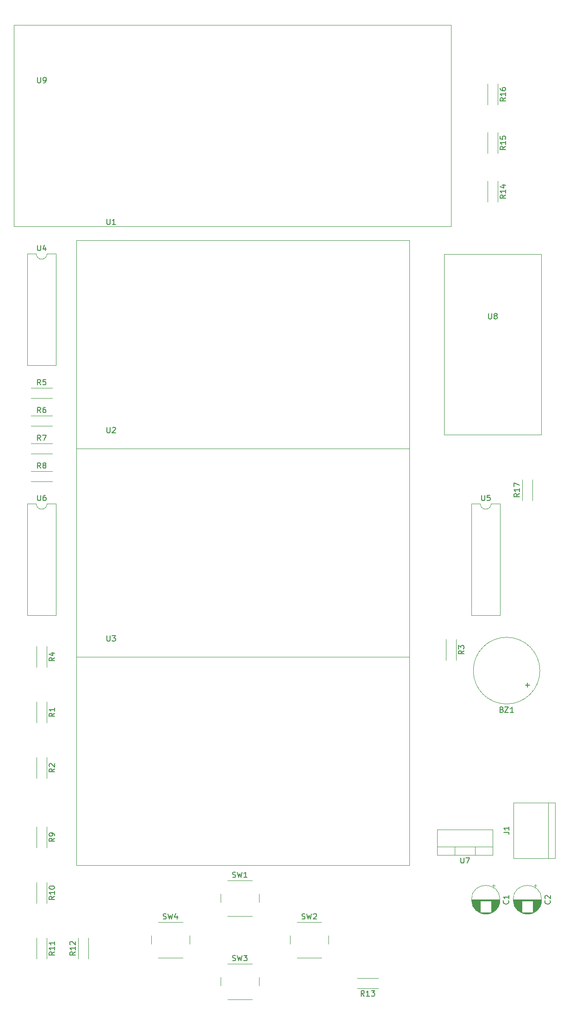
<source format=gto>
G04 #@! TF.GenerationSoftware,KiCad,Pcbnew,5.1.5-52549c5~84~ubuntu19.10.1*
G04 #@! TF.CreationDate,2020-03-18T22:44:12+01:00*
G04 #@! TF.ProjectId,tetris-board,74657472-6973-42d6-926f-6172642e6b69,rev?*
G04 #@! TF.SameCoordinates,Original*
G04 #@! TF.FileFunction,Legend,Top*
G04 #@! TF.FilePolarity,Positive*
%FSLAX46Y46*%
G04 Gerber Fmt 4.6, Leading zero omitted, Abs format (unit mm)*
G04 Created by KiCad (PCBNEW 5.1.5-52549c5~84~ubuntu19.10.1) date 2020-03-18 22:44:12*
%MOMM*%
%LPD*%
G04 APERTURE LIST*
%ADD10C,0.120000*%
%ADD11C,0.150000*%
G04 APERTURE END LIST*
D10*
X55880000Y-172720000D02*
X55880000Y-134620000D01*
X116840000Y-172720000D02*
X55880000Y-172720000D01*
X116840000Y-134620000D02*
X116840000Y-172720000D01*
X55880000Y-134620000D02*
X116840000Y-134620000D01*
X123190000Y-99060000D02*
X123190000Y-132080000D01*
X140970000Y-99060000D02*
X140970000Y-132080000D01*
X140970000Y-99060000D02*
X123190000Y-99060000D01*
X123190000Y-132080000D02*
X140970000Y-132080000D01*
X44450000Y-93980000D02*
X44450000Y-57150000D01*
X124460000Y-93980000D02*
X44450000Y-93980000D01*
X124460000Y-57150000D02*
X124460000Y-93980000D01*
X44450000Y-57150000D02*
X124460000Y-57150000D01*
X55880000Y-210820000D02*
X55880000Y-172720000D01*
X116840000Y-210820000D02*
X55880000Y-210820000D01*
X116840000Y-172720000D02*
X116840000Y-210820000D01*
X55880000Y-172720000D02*
X116840000Y-172720000D01*
X52180000Y-99000000D02*
X50530000Y-99000000D01*
X52180000Y-119440000D02*
X52180000Y-99000000D01*
X46880000Y-119440000D02*
X52180000Y-119440000D01*
X46880000Y-99000000D02*
X46880000Y-119440000D01*
X48530000Y-99000000D02*
X46880000Y-99000000D01*
X50530000Y-99000000D02*
G75*
G02X48530000Y-99000000I-1000000J0D01*
G01*
X55880000Y-134620000D02*
X55880000Y-96520000D01*
X116840000Y-134620000D02*
X55880000Y-134620000D01*
X116840000Y-96520000D02*
X116840000Y-134620000D01*
X55880000Y-96520000D02*
X116840000Y-96520000D01*
X52180000Y-144720000D02*
X50530000Y-144720000D01*
X52180000Y-165160000D02*
X52180000Y-144720000D01*
X46880000Y-165160000D02*
X52180000Y-165160000D01*
X46880000Y-144720000D02*
X46880000Y-165160000D01*
X48530000Y-144720000D02*
X46880000Y-144720000D01*
X50530000Y-144720000D02*
G75*
G02X48530000Y-144720000I-1000000J0D01*
G01*
X143510000Y-209550000D02*
X143510000Y-199390000D01*
X135890000Y-209550000D02*
X143510000Y-209550000D01*
X135890000Y-199390000D02*
X135890000Y-209550000D01*
X143510000Y-199390000D02*
X135890000Y-199390000D01*
X142240000Y-199390000D02*
X142240000Y-209550000D01*
X125149000Y-209010000D02*
X125149000Y-207500000D01*
X128850000Y-209010000D02*
X128850000Y-207500000D01*
X132120000Y-207500000D02*
X121880000Y-207500000D01*
X121880000Y-209010000D02*
X121880000Y-204369000D01*
X132120000Y-209010000D02*
X132120000Y-204369000D01*
X132120000Y-204369000D02*
X121880000Y-204369000D01*
X132120000Y-209010000D02*
X121880000Y-209010000D01*
X140155000Y-214595225D02*
X139655000Y-214595225D01*
X139905000Y-214345225D02*
X139905000Y-214845225D01*
X138714000Y-219751000D02*
X138146000Y-219751000D01*
X138948000Y-219711000D02*
X137912000Y-219711000D01*
X139107000Y-219671000D02*
X137753000Y-219671000D01*
X139235000Y-219631000D02*
X137625000Y-219631000D01*
X139345000Y-219591000D02*
X137515000Y-219591000D01*
X139441000Y-219551000D02*
X137419000Y-219551000D01*
X139528000Y-219511000D02*
X137332000Y-219511000D01*
X139608000Y-219471000D02*
X137252000Y-219471000D01*
X137390000Y-219431000D02*
X137179000Y-219431000D01*
X139681000Y-219431000D02*
X139470000Y-219431000D01*
X137390000Y-219391000D02*
X137111000Y-219391000D01*
X139749000Y-219391000D02*
X139470000Y-219391000D01*
X137390000Y-219351000D02*
X137047000Y-219351000D01*
X139813000Y-219351000D02*
X139470000Y-219351000D01*
X137390000Y-219311000D02*
X136987000Y-219311000D01*
X139873000Y-219311000D02*
X139470000Y-219311000D01*
X137390000Y-219271000D02*
X136930000Y-219271000D01*
X139930000Y-219271000D02*
X139470000Y-219271000D01*
X137390000Y-219231000D02*
X136876000Y-219231000D01*
X139984000Y-219231000D02*
X139470000Y-219231000D01*
X137390000Y-219191000D02*
X136825000Y-219191000D01*
X140035000Y-219191000D02*
X139470000Y-219191000D01*
X137390000Y-219151000D02*
X136777000Y-219151000D01*
X140083000Y-219151000D02*
X139470000Y-219151000D01*
X137390000Y-219111000D02*
X136731000Y-219111000D01*
X140129000Y-219111000D02*
X139470000Y-219111000D01*
X137390000Y-219071000D02*
X136687000Y-219071000D01*
X140173000Y-219071000D02*
X139470000Y-219071000D01*
X137390000Y-219031000D02*
X136645000Y-219031000D01*
X140215000Y-219031000D02*
X139470000Y-219031000D01*
X137390000Y-218991000D02*
X136604000Y-218991000D01*
X140256000Y-218991000D02*
X139470000Y-218991000D01*
X137390000Y-218951000D02*
X136566000Y-218951000D01*
X140294000Y-218951000D02*
X139470000Y-218951000D01*
X137390000Y-218911000D02*
X136529000Y-218911000D01*
X140331000Y-218911000D02*
X139470000Y-218911000D01*
X137390000Y-218871000D02*
X136493000Y-218871000D01*
X140367000Y-218871000D02*
X139470000Y-218871000D01*
X137390000Y-218831000D02*
X136459000Y-218831000D01*
X140401000Y-218831000D02*
X139470000Y-218831000D01*
X137390000Y-218791000D02*
X136426000Y-218791000D01*
X140434000Y-218791000D02*
X139470000Y-218791000D01*
X137390000Y-218751000D02*
X136395000Y-218751000D01*
X140465000Y-218751000D02*
X139470000Y-218751000D01*
X137390000Y-218711000D02*
X136365000Y-218711000D01*
X140495000Y-218711000D02*
X139470000Y-218711000D01*
X137390000Y-218671000D02*
X136335000Y-218671000D01*
X140525000Y-218671000D02*
X139470000Y-218671000D01*
X137390000Y-218631000D02*
X136308000Y-218631000D01*
X140552000Y-218631000D02*
X139470000Y-218631000D01*
X137390000Y-218591000D02*
X136281000Y-218591000D01*
X140579000Y-218591000D02*
X139470000Y-218591000D01*
X137390000Y-218551000D02*
X136255000Y-218551000D01*
X140605000Y-218551000D02*
X139470000Y-218551000D01*
X137390000Y-218511000D02*
X136230000Y-218511000D01*
X140630000Y-218511000D02*
X139470000Y-218511000D01*
X137390000Y-218471000D02*
X136206000Y-218471000D01*
X140654000Y-218471000D02*
X139470000Y-218471000D01*
X137390000Y-218431000D02*
X136183000Y-218431000D01*
X140677000Y-218431000D02*
X139470000Y-218431000D01*
X137390000Y-218391000D02*
X136162000Y-218391000D01*
X140698000Y-218391000D02*
X139470000Y-218391000D01*
X137390000Y-218351000D02*
X136140000Y-218351000D01*
X140720000Y-218351000D02*
X139470000Y-218351000D01*
X137390000Y-218311000D02*
X136120000Y-218311000D01*
X140740000Y-218311000D02*
X139470000Y-218311000D01*
X137390000Y-218271000D02*
X136101000Y-218271000D01*
X140759000Y-218271000D02*
X139470000Y-218271000D01*
X137390000Y-218231000D02*
X136082000Y-218231000D01*
X140778000Y-218231000D02*
X139470000Y-218231000D01*
X137390000Y-218191000D02*
X136065000Y-218191000D01*
X140795000Y-218191000D02*
X139470000Y-218191000D01*
X137390000Y-218151000D02*
X136048000Y-218151000D01*
X140812000Y-218151000D02*
X139470000Y-218151000D01*
X137390000Y-218111000D02*
X136032000Y-218111000D01*
X140828000Y-218111000D02*
X139470000Y-218111000D01*
X137390000Y-218071000D02*
X136016000Y-218071000D01*
X140844000Y-218071000D02*
X139470000Y-218071000D01*
X137390000Y-218031000D02*
X136002000Y-218031000D01*
X140858000Y-218031000D02*
X139470000Y-218031000D01*
X137390000Y-217991000D02*
X135988000Y-217991000D01*
X140872000Y-217991000D02*
X139470000Y-217991000D01*
X137390000Y-217951000D02*
X135975000Y-217951000D01*
X140885000Y-217951000D02*
X139470000Y-217951000D01*
X137390000Y-217911000D02*
X135962000Y-217911000D01*
X140898000Y-217911000D02*
X139470000Y-217911000D01*
X137390000Y-217871000D02*
X135950000Y-217871000D01*
X140910000Y-217871000D02*
X139470000Y-217871000D01*
X137390000Y-217830000D02*
X135939000Y-217830000D01*
X140921000Y-217830000D02*
X139470000Y-217830000D01*
X137390000Y-217790000D02*
X135929000Y-217790000D01*
X140931000Y-217790000D02*
X139470000Y-217790000D01*
X137390000Y-217750000D02*
X135919000Y-217750000D01*
X140941000Y-217750000D02*
X139470000Y-217750000D01*
X137390000Y-217710000D02*
X135910000Y-217710000D01*
X140950000Y-217710000D02*
X139470000Y-217710000D01*
X137390000Y-217670000D02*
X135902000Y-217670000D01*
X140958000Y-217670000D02*
X139470000Y-217670000D01*
X137390000Y-217630000D02*
X135894000Y-217630000D01*
X140966000Y-217630000D02*
X139470000Y-217630000D01*
X137390000Y-217590000D02*
X135887000Y-217590000D01*
X140973000Y-217590000D02*
X139470000Y-217590000D01*
X137390000Y-217550000D02*
X135880000Y-217550000D01*
X140980000Y-217550000D02*
X139470000Y-217550000D01*
X137390000Y-217510000D02*
X135874000Y-217510000D01*
X140986000Y-217510000D02*
X139470000Y-217510000D01*
X137390000Y-217470000D02*
X135869000Y-217470000D01*
X140991000Y-217470000D02*
X139470000Y-217470000D01*
X137390000Y-217430000D02*
X135865000Y-217430000D01*
X140995000Y-217430000D02*
X139470000Y-217430000D01*
X137390000Y-217390000D02*
X135861000Y-217390000D01*
X140999000Y-217390000D02*
X139470000Y-217390000D01*
X141003000Y-217350000D02*
X135857000Y-217350000D01*
X141006000Y-217310000D02*
X135854000Y-217310000D01*
X141008000Y-217270000D02*
X135852000Y-217270000D01*
X141009000Y-217230000D02*
X135851000Y-217230000D01*
X141010000Y-217190000D02*
X135850000Y-217190000D01*
X141010000Y-217150000D02*
X135850000Y-217150000D01*
X141050000Y-217150000D02*
G75*
G03X141050000Y-217150000I-2620000J0D01*
G01*
X132535000Y-214595225D02*
X132035000Y-214595225D01*
X132285000Y-214345225D02*
X132285000Y-214845225D01*
X131094000Y-219751000D02*
X130526000Y-219751000D01*
X131328000Y-219711000D02*
X130292000Y-219711000D01*
X131487000Y-219671000D02*
X130133000Y-219671000D01*
X131615000Y-219631000D02*
X130005000Y-219631000D01*
X131725000Y-219591000D02*
X129895000Y-219591000D01*
X131821000Y-219551000D02*
X129799000Y-219551000D01*
X131908000Y-219511000D02*
X129712000Y-219511000D01*
X131988000Y-219471000D02*
X129632000Y-219471000D01*
X129770000Y-219431000D02*
X129559000Y-219431000D01*
X132061000Y-219431000D02*
X131850000Y-219431000D01*
X129770000Y-219391000D02*
X129491000Y-219391000D01*
X132129000Y-219391000D02*
X131850000Y-219391000D01*
X129770000Y-219351000D02*
X129427000Y-219351000D01*
X132193000Y-219351000D02*
X131850000Y-219351000D01*
X129770000Y-219311000D02*
X129367000Y-219311000D01*
X132253000Y-219311000D02*
X131850000Y-219311000D01*
X129770000Y-219271000D02*
X129310000Y-219271000D01*
X132310000Y-219271000D02*
X131850000Y-219271000D01*
X129770000Y-219231000D02*
X129256000Y-219231000D01*
X132364000Y-219231000D02*
X131850000Y-219231000D01*
X129770000Y-219191000D02*
X129205000Y-219191000D01*
X132415000Y-219191000D02*
X131850000Y-219191000D01*
X129770000Y-219151000D02*
X129157000Y-219151000D01*
X132463000Y-219151000D02*
X131850000Y-219151000D01*
X129770000Y-219111000D02*
X129111000Y-219111000D01*
X132509000Y-219111000D02*
X131850000Y-219111000D01*
X129770000Y-219071000D02*
X129067000Y-219071000D01*
X132553000Y-219071000D02*
X131850000Y-219071000D01*
X129770000Y-219031000D02*
X129025000Y-219031000D01*
X132595000Y-219031000D02*
X131850000Y-219031000D01*
X129770000Y-218991000D02*
X128984000Y-218991000D01*
X132636000Y-218991000D02*
X131850000Y-218991000D01*
X129770000Y-218951000D02*
X128946000Y-218951000D01*
X132674000Y-218951000D02*
X131850000Y-218951000D01*
X129770000Y-218911000D02*
X128909000Y-218911000D01*
X132711000Y-218911000D02*
X131850000Y-218911000D01*
X129770000Y-218871000D02*
X128873000Y-218871000D01*
X132747000Y-218871000D02*
X131850000Y-218871000D01*
X129770000Y-218831000D02*
X128839000Y-218831000D01*
X132781000Y-218831000D02*
X131850000Y-218831000D01*
X129770000Y-218791000D02*
X128806000Y-218791000D01*
X132814000Y-218791000D02*
X131850000Y-218791000D01*
X129770000Y-218751000D02*
X128775000Y-218751000D01*
X132845000Y-218751000D02*
X131850000Y-218751000D01*
X129770000Y-218711000D02*
X128745000Y-218711000D01*
X132875000Y-218711000D02*
X131850000Y-218711000D01*
X129770000Y-218671000D02*
X128715000Y-218671000D01*
X132905000Y-218671000D02*
X131850000Y-218671000D01*
X129770000Y-218631000D02*
X128688000Y-218631000D01*
X132932000Y-218631000D02*
X131850000Y-218631000D01*
X129770000Y-218591000D02*
X128661000Y-218591000D01*
X132959000Y-218591000D02*
X131850000Y-218591000D01*
X129770000Y-218551000D02*
X128635000Y-218551000D01*
X132985000Y-218551000D02*
X131850000Y-218551000D01*
X129770000Y-218511000D02*
X128610000Y-218511000D01*
X133010000Y-218511000D02*
X131850000Y-218511000D01*
X129770000Y-218471000D02*
X128586000Y-218471000D01*
X133034000Y-218471000D02*
X131850000Y-218471000D01*
X129770000Y-218431000D02*
X128563000Y-218431000D01*
X133057000Y-218431000D02*
X131850000Y-218431000D01*
X129770000Y-218391000D02*
X128542000Y-218391000D01*
X133078000Y-218391000D02*
X131850000Y-218391000D01*
X129770000Y-218351000D02*
X128520000Y-218351000D01*
X133100000Y-218351000D02*
X131850000Y-218351000D01*
X129770000Y-218311000D02*
X128500000Y-218311000D01*
X133120000Y-218311000D02*
X131850000Y-218311000D01*
X129770000Y-218271000D02*
X128481000Y-218271000D01*
X133139000Y-218271000D02*
X131850000Y-218271000D01*
X129770000Y-218231000D02*
X128462000Y-218231000D01*
X133158000Y-218231000D02*
X131850000Y-218231000D01*
X129770000Y-218191000D02*
X128445000Y-218191000D01*
X133175000Y-218191000D02*
X131850000Y-218191000D01*
X129770000Y-218151000D02*
X128428000Y-218151000D01*
X133192000Y-218151000D02*
X131850000Y-218151000D01*
X129770000Y-218111000D02*
X128412000Y-218111000D01*
X133208000Y-218111000D02*
X131850000Y-218111000D01*
X129770000Y-218071000D02*
X128396000Y-218071000D01*
X133224000Y-218071000D02*
X131850000Y-218071000D01*
X129770000Y-218031000D02*
X128382000Y-218031000D01*
X133238000Y-218031000D02*
X131850000Y-218031000D01*
X129770000Y-217991000D02*
X128368000Y-217991000D01*
X133252000Y-217991000D02*
X131850000Y-217991000D01*
X129770000Y-217951000D02*
X128355000Y-217951000D01*
X133265000Y-217951000D02*
X131850000Y-217951000D01*
X129770000Y-217911000D02*
X128342000Y-217911000D01*
X133278000Y-217911000D02*
X131850000Y-217911000D01*
X129770000Y-217871000D02*
X128330000Y-217871000D01*
X133290000Y-217871000D02*
X131850000Y-217871000D01*
X129770000Y-217830000D02*
X128319000Y-217830000D01*
X133301000Y-217830000D02*
X131850000Y-217830000D01*
X129770000Y-217790000D02*
X128309000Y-217790000D01*
X133311000Y-217790000D02*
X131850000Y-217790000D01*
X129770000Y-217750000D02*
X128299000Y-217750000D01*
X133321000Y-217750000D02*
X131850000Y-217750000D01*
X129770000Y-217710000D02*
X128290000Y-217710000D01*
X133330000Y-217710000D02*
X131850000Y-217710000D01*
X129770000Y-217670000D02*
X128282000Y-217670000D01*
X133338000Y-217670000D02*
X131850000Y-217670000D01*
X129770000Y-217630000D02*
X128274000Y-217630000D01*
X133346000Y-217630000D02*
X131850000Y-217630000D01*
X129770000Y-217590000D02*
X128267000Y-217590000D01*
X133353000Y-217590000D02*
X131850000Y-217590000D01*
X129770000Y-217550000D02*
X128260000Y-217550000D01*
X133360000Y-217550000D02*
X131850000Y-217550000D01*
X129770000Y-217510000D02*
X128254000Y-217510000D01*
X133366000Y-217510000D02*
X131850000Y-217510000D01*
X129770000Y-217470000D02*
X128249000Y-217470000D01*
X133371000Y-217470000D02*
X131850000Y-217470000D01*
X129770000Y-217430000D02*
X128245000Y-217430000D01*
X133375000Y-217430000D02*
X131850000Y-217430000D01*
X129770000Y-217390000D02*
X128241000Y-217390000D01*
X133379000Y-217390000D02*
X131850000Y-217390000D01*
X133383000Y-217350000D02*
X128237000Y-217350000D01*
X133386000Y-217310000D02*
X128234000Y-217310000D01*
X133388000Y-217270000D02*
X128232000Y-217270000D01*
X133389000Y-217230000D02*
X128231000Y-217230000D01*
X133390000Y-217190000D02*
X128230000Y-217190000D01*
X133390000Y-217150000D02*
X128230000Y-217150000D01*
X133430000Y-217150000D02*
G75*
G03X133430000Y-217150000I-2620000J0D01*
G01*
X102000000Y-225250000D02*
X102000000Y-223750000D01*
X100750000Y-221250000D02*
X96250000Y-221250000D01*
X95000000Y-223750000D02*
X95000000Y-225250000D01*
X96250000Y-227750000D02*
X100750000Y-227750000D01*
X89300000Y-232870000D02*
X89300000Y-231370000D01*
X88050000Y-228870000D02*
X83550000Y-228870000D01*
X82300000Y-231370000D02*
X82300000Y-232870000D01*
X83550000Y-235370000D02*
X88050000Y-235370000D01*
X89300000Y-217630000D02*
X89300000Y-216130000D01*
X88050000Y-213630000D02*
X83550000Y-213630000D01*
X82300000Y-216130000D02*
X82300000Y-217630000D01*
X83550000Y-220130000D02*
X88050000Y-220130000D01*
X76600000Y-225250000D02*
X76600000Y-223750000D01*
X75350000Y-221250000D02*
X70850000Y-221250000D01*
X69600000Y-223750000D02*
X69600000Y-225250000D01*
X70850000Y-227750000D02*
X75350000Y-227750000D01*
X139350000Y-144160000D02*
X139350000Y-140320000D01*
X137510000Y-144160000D02*
X137510000Y-140320000D01*
X131160000Y-67930000D02*
X131160000Y-71770000D01*
X133000000Y-67930000D02*
X133000000Y-71770000D01*
X131160000Y-76820000D02*
X131160000Y-80660000D01*
X133000000Y-76820000D02*
X133000000Y-80660000D01*
X131160000Y-85710000D02*
X131160000Y-89550000D01*
X133000000Y-85710000D02*
X133000000Y-89550000D01*
X111140000Y-231490000D02*
X107300000Y-231490000D01*
X111140000Y-233330000D02*
X107300000Y-233330000D01*
X58070000Y-227980000D02*
X58070000Y-224140000D01*
X56230000Y-227980000D02*
X56230000Y-224140000D01*
X48610000Y-224140000D02*
X48610000Y-227980000D01*
X50450000Y-224140000D02*
X50450000Y-227980000D01*
X48610000Y-213980000D02*
X48610000Y-217820000D01*
X50450000Y-213980000D02*
X50450000Y-217820000D01*
X48610000Y-203820000D02*
X48610000Y-207660000D01*
X50450000Y-203820000D02*
X50450000Y-207660000D01*
X140730000Y-175260000D02*
G75*
G03X140730000Y-175260000I-6100000J0D01*
G01*
X47610000Y-140620000D02*
X51450000Y-140620000D01*
X47610000Y-138780000D02*
X51450000Y-138780000D01*
X47610000Y-135540000D02*
X51450000Y-135540000D01*
X47610000Y-133700000D02*
X51450000Y-133700000D01*
X47610000Y-130460000D02*
X51450000Y-130460000D01*
X47610000Y-128620000D02*
X51450000Y-128620000D01*
X47610000Y-125380000D02*
X51450000Y-125380000D01*
X47610000Y-123540000D02*
X51450000Y-123540000D01*
X48610000Y-170800000D02*
X48610000Y-174640000D01*
X50450000Y-170800000D02*
X50450000Y-174640000D01*
X123540000Y-169530000D02*
X123540000Y-173370000D01*
X125380000Y-169530000D02*
X125380000Y-173370000D01*
X48610000Y-191120000D02*
X48610000Y-194960000D01*
X50450000Y-191120000D02*
X50450000Y-194960000D01*
X48610000Y-180960000D02*
X48610000Y-184800000D01*
X50450000Y-180960000D02*
X50450000Y-184800000D01*
X133460000Y-144720000D02*
X131810000Y-144720000D01*
X133460000Y-165160000D02*
X133460000Y-144720000D01*
X128160000Y-165160000D02*
X133460000Y-165160000D01*
X128160000Y-144720000D02*
X128160000Y-165160000D01*
X129810000Y-144720000D02*
X128160000Y-144720000D01*
X131810000Y-144720000D02*
G75*
G02X129810000Y-144720000I-1000000J0D01*
G01*
D11*
X61468095Y-130762380D02*
X61468095Y-131571904D01*
X61515714Y-131667142D01*
X61563333Y-131714761D01*
X61658571Y-131762380D01*
X61849047Y-131762380D01*
X61944285Y-131714761D01*
X61991904Y-131667142D01*
X62039523Y-131571904D01*
X62039523Y-130762380D01*
X62468095Y-130857619D02*
X62515714Y-130810000D01*
X62610952Y-130762380D01*
X62849047Y-130762380D01*
X62944285Y-130810000D01*
X62991904Y-130857619D01*
X63039523Y-130952857D01*
X63039523Y-131048095D01*
X62991904Y-131190952D01*
X62420476Y-131762380D01*
X63039523Y-131762380D01*
X131318095Y-109942380D02*
X131318095Y-110751904D01*
X131365714Y-110847142D01*
X131413333Y-110894761D01*
X131508571Y-110942380D01*
X131699047Y-110942380D01*
X131794285Y-110894761D01*
X131841904Y-110847142D01*
X131889523Y-110751904D01*
X131889523Y-109942380D01*
X132508571Y-110370952D02*
X132413333Y-110323333D01*
X132365714Y-110275714D01*
X132318095Y-110180476D01*
X132318095Y-110132857D01*
X132365714Y-110037619D01*
X132413333Y-109990000D01*
X132508571Y-109942380D01*
X132699047Y-109942380D01*
X132794285Y-109990000D01*
X132841904Y-110037619D01*
X132889523Y-110132857D01*
X132889523Y-110180476D01*
X132841904Y-110275714D01*
X132794285Y-110323333D01*
X132699047Y-110370952D01*
X132508571Y-110370952D01*
X132413333Y-110418571D01*
X132365714Y-110466190D01*
X132318095Y-110561428D01*
X132318095Y-110751904D01*
X132365714Y-110847142D01*
X132413333Y-110894761D01*
X132508571Y-110942380D01*
X132699047Y-110942380D01*
X132794285Y-110894761D01*
X132841904Y-110847142D01*
X132889523Y-110751904D01*
X132889523Y-110561428D01*
X132841904Y-110466190D01*
X132794285Y-110418571D01*
X132699047Y-110370952D01*
X48768095Y-66762380D02*
X48768095Y-67571904D01*
X48815714Y-67667142D01*
X48863333Y-67714761D01*
X48958571Y-67762380D01*
X49149047Y-67762380D01*
X49244285Y-67714761D01*
X49291904Y-67667142D01*
X49339523Y-67571904D01*
X49339523Y-66762380D01*
X49863333Y-67762380D02*
X50053809Y-67762380D01*
X50149047Y-67714761D01*
X50196666Y-67667142D01*
X50291904Y-67524285D01*
X50339523Y-67333809D01*
X50339523Y-66952857D01*
X50291904Y-66857619D01*
X50244285Y-66810000D01*
X50149047Y-66762380D01*
X49958571Y-66762380D01*
X49863333Y-66810000D01*
X49815714Y-66857619D01*
X49768095Y-66952857D01*
X49768095Y-67190952D01*
X49815714Y-67286190D01*
X49863333Y-67333809D01*
X49958571Y-67381428D01*
X50149047Y-67381428D01*
X50244285Y-67333809D01*
X50291904Y-67286190D01*
X50339523Y-67190952D01*
X61468095Y-168862380D02*
X61468095Y-169671904D01*
X61515714Y-169767142D01*
X61563333Y-169814761D01*
X61658571Y-169862380D01*
X61849047Y-169862380D01*
X61944285Y-169814761D01*
X61991904Y-169767142D01*
X62039523Y-169671904D01*
X62039523Y-168862380D01*
X62420476Y-168862380D02*
X63039523Y-168862380D01*
X62706190Y-169243333D01*
X62849047Y-169243333D01*
X62944285Y-169290952D01*
X62991904Y-169338571D01*
X63039523Y-169433809D01*
X63039523Y-169671904D01*
X62991904Y-169767142D01*
X62944285Y-169814761D01*
X62849047Y-169862380D01*
X62563333Y-169862380D01*
X62468095Y-169814761D01*
X62420476Y-169767142D01*
X48768095Y-97452380D02*
X48768095Y-98261904D01*
X48815714Y-98357142D01*
X48863333Y-98404761D01*
X48958571Y-98452380D01*
X49149047Y-98452380D01*
X49244285Y-98404761D01*
X49291904Y-98357142D01*
X49339523Y-98261904D01*
X49339523Y-97452380D01*
X50244285Y-97785714D02*
X50244285Y-98452380D01*
X50006190Y-97404761D02*
X49768095Y-98119047D01*
X50387142Y-98119047D01*
X61468095Y-92662380D02*
X61468095Y-93471904D01*
X61515714Y-93567142D01*
X61563333Y-93614761D01*
X61658571Y-93662380D01*
X61849047Y-93662380D01*
X61944285Y-93614761D01*
X61991904Y-93567142D01*
X62039523Y-93471904D01*
X62039523Y-92662380D01*
X63039523Y-93662380D02*
X62468095Y-93662380D01*
X62753809Y-93662380D02*
X62753809Y-92662380D01*
X62658571Y-92805238D01*
X62563333Y-92900476D01*
X62468095Y-92948095D01*
X48768095Y-143172380D02*
X48768095Y-143981904D01*
X48815714Y-144077142D01*
X48863333Y-144124761D01*
X48958571Y-144172380D01*
X49149047Y-144172380D01*
X49244285Y-144124761D01*
X49291904Y-144077142D01*
X49339523Y-143981904D01*
X49339523Y-143172380D01*
X50244285Y-143172380D02*
X50053809Y-143172380D01*
X49958571Y-143220000D01*
X49910952Y-143267619D01*
X49815714Y-143410476D01*
X49768095Y-143600952D01*
X49768095Y-143981904D01*
X49815714Y-144077142D01*
X49863333Y-144124761D01*
X49958571Y-144172380D01*
X50149047Y-144172380D01*
X50244285Y-144124761D01*
X50291904Y-144077142D01*
X50339523Y-143981904D01*
X50339523Y-143743809D01*
X50291904Y-143648571D01*
X50244285Y-143600952D01*
X50149047Y-143553333D01*
X49958571Y-143553333D01*
X49863333Y-143600952D01*
X49815714Y-143648571D01*
X49768095Y-143743809D01*
X134072380Y-204803333D02*
X134786666Y-204803333D01*
X134929523Y-204850952D01*
X135024761Y-204946190D01*
X135072380Y-205089047D01*
X135072380Y-205184285D01*
X135072380Y-203803333D02*
X135072380Y-204374761D01*
X135072380Y-204089047D02*
X134072380Y-204089047D01*
X134215238Y-204184285D01*
X134310476Y-204279523D01*
X134358095Y-204374761D01*
X126238095Y-209462380D02*
X126238095Y-210271904D01*
X126285714Y-210367142D01*
X126333333Y-210414761D01*
X126428571Y-210462380D01*
X126619047Y-210462380D01*
X126714285Y-210414761D01*
X126761904Y-210367142D01*
X126809523Y-210271904D01*
X126809523Y-209462380D01*
X127190476Y-209462380D02*
X127857142Y-209462380D01*
X127428571Y-210462380D01*
X142537142Y-217316666D02*
X142584761Y-217364285D01*
X142632380Y-217507142D01*
X142632380Y-217602380D01*
X142584761Y-217745238D01*
X142489523Y-217840476D01*
X142394285Y-217888095D01*
X142203809Y-217935714D01*
X142060952Y-217935714D01*
X141870476Y-217888095D01*
X141775238Y-217840476D01*
X141680000Y-217745238D01*
X141632380Y-217602380D01*
X141632380Y-217507142D01*
X141680000Y-217364285D01*
X141727619Y-217316666D01*
X141727619Y-216935714D02*
X141680000Y-216888095D01*
X141632380Y-216792857D01*
X141632380Y-216554761D01*
X141680000Y-216459523D01*
X141727619Y-216411904D01*
X141822857Y-216364285D01*
X141918095Y-216364285D01*
X142060952Y-216411904D01*
X142632380Y-216983333D01*
X142632380Y-216364285D01*
X134917142Y-217316666D02*
X134964761Y-217364285D01*
X135012380Y-217507142D01*
X135012380Y-217602380D01*
X134964761Y-217745238D01*
X134869523Y-217840476D01*
X134774285Y-217888095D01*
X134583809Y-217935714D01*
X134440952Y-217935714D01*
X134250476Y-217888095D01*
X134155238Y-217840476D01*
X134060000Y-217745238D01*
X134012380Y-217602380D01*
X134012380Y-217507142D01*
X134060000Y-217364285D01*
X134107619Y-217316666D01*
X135012380Y-216364285D02*
X135012380Y-216935714D01*
X135012380Y-216650000D02*
X134012380Y-216650000D01*
X134155238Y-216745238D01*
X134250476Y-216840476D01*
X134298095Y-216935714D01*
X97166666Y-220654761D02*
X97309523Y-220702380D01*
X97547619Y-220702380D01*
X97642857Y-220654761D01*
X97690476Y-220607142D01*
X97738095Y-220511904D01*
X97738095Y-220416666D01*
X97690476Y-220321428D01*
X97642857Y-220273809D01*
X97547619Y-220226190D01*
X97357142Y-220178571D01*
X97261904Y-220130952D01*
X97214285Y-220083333D01*
X97166666Y-219988095D01*
X97166666Y-219892857D01*
X97214285Y-219797619D01*
X97261904Y-219750000D01*
X97357142Y-219702380D01*
X97595238Y-219702380D01*
X97738095Y-219750000D01*
X98071428Y-219702380D02*
X98309523Y-220702380D01*
X98500000Y-219988095D01*
X98690476Y-220702380D01*
X98928571Y-219702380D01*
X99261904Y-219797619D02*
X99309523Y-219750000D01*
X99404761Y-219702380D01*
X99642857Y-219702380D01*
X99738095Y-219750000D01*
X99785714Y-219797619D01*
X99833333Y-219892857D01*
X99833333Y-219988095D01*
X99785714Y-220130952D01*
X99214285Y-220702380D01*
X99833333Y-220702380D01*
X84466666Y-228274761D02*
X84609523Y-228322380D01*
X84847619Y-228322380D01*
X84942857Y-228274761D01*
X84990476Y-228227142D01*
X85038095Y-228131904D01*
X85038095Y-228036666D01*
X84990476Y-227941428D01*
X84942857Y-227893809D01*
X84847619Y-227846190D01*
X84657142Y-227798571D01*
X84561904Y-227750952D01*
X84514285Y-227703333D01*
X84466666Y-227608095D01*
X84466666Y-227512857D01*
X84514285Y-227417619D01*
X84561904Y-227370000D01*
X84657142Y-227322380D01*
X84895238Y-227322380D01*
X85038095Y-227370000D01*
X85371428Y-227322380D02*
X85609523Y-228322380D01*
X85800000Y-227608095D01*
X85990476Y-228322380D01*
X86228571Y-227322380D01*
X86514285Y-227322380D02*
X87133333Y-227322380D01*
X86800000Y-227703333D01*
X86942857Y-227703333D01*
X87038095Y-227750952D01*
X87085714Y-227798571D01*
X87133333Y-227893809D01*
X87133333Y-228131904D01*
X87085714Y-228227142D01*
X87038095Y-228274761D01*
X86942857Y-228322380D01*
X86657142Y-228322380D01*
X86561904Y-228274761D01*
X86514285Y-228227142D01*
X84466666Y-213034761D02*
X84609523Y-213082380D01*
X84847619Y-213082380D01*
X84942857Y-213034761D01*
X84990476Y-212987142D01*
X85038095Y-212891904D01*
X85038095Y-212796666D01*
X84990476Y-212701428D01*
X84942857Y-212653809D01*
X84847619Y-212606190D01*
X84657142Y-212558571D01*
X84561904Y-212510952D01*
X84514285Y-212463333D01*
X84466666Y-212368095D01*
X84466666Y-212272857D01*
X84514285Y-212177619D01*
X84561904Y-212130000D01*
X84657142Y-212082380D01*
X84895238Y-212082380D01*
X85038095Y-212130000D01*
X85371428Y-212082380D02*
X85609523Y-213082380D01*
X85800000Y-212368095D01*
X85990476Y-213082380D01*
X86228571Y-212082380D01*
X87133333Y-213082380D02*
X86561904Y-213082380D01*
X86847619Y-213082380D02*
X86847619Y-212082380D01*
X86752380Y-212225238D01*
X86657142Y-212320476D01*
X86561904Y-212368095D01*
X71766666Y-220654761D02*
X71909523Y-220702380D01*
X72147619Y-220702380D01*
X72242857Y-220654761D01*
X72290476Y-220607142D01*
X72338095Y-220511904D01*
X72338095Y-220416666D01*
X72290476Y-220321428D01*
X72242857Y-220273809D01*
X72147619Y-220226190D01*
X71957142Y-220178571D01*
X71861904Y-220130952D01*
X71814285Y-220083333D01*
X71766666Y-219988095D01*
X71766666Y-219892857D01*
X71814285Y-219797619D01*
X71861904Y-219750000D01*
X71957142Y-219702380D01*
X72195238Y-219702380D01*
X72338095Y-219750000D01*
X72671428Y-219702380D02*
X72909523Y-220702380D01*
X73100000Y-219988095D01*
X73290476Y-220702380D01*
X73528571Y-219702380D01*
X74338095Y-220035714D02*
X74338095Y-220702380D01*
X74100000Y-219654761D02*
X73861904Y-220369047D01*
X74480952Y-220369047D01*
X136962380Y-142882857D02*
X136486190Y-143216190D01*
X136962380Y-143454285D02*
X135962380Y-143454285D01*
X135962380Y-143073333D01*
X136010000Y-142978095D01*
X136057619Y-142930476D01*
X136152857Y-142882857D01*
X136295714Y-142882857D01*
X136390952Y-142930476D01*
X136438571Y-142978095D01*
X136486190Y-143073333D01*
X136486190Y-143454285D01*
X136962380Y-141930476D02*
X136962380Y-142501904D01*
X136962380Y-142216190D02*
X135962380Y-142216190D01*
X136105238Y-142311428D01*
X136200476Y-142406666D01*
X136248095Y-142501904D01*
X135962380Y-141597142D02*
X135962380Y-140930476D01*
X136962380Y-141359047D01*
X134452380Y-70492857D02*
X133976190Y-70826190D01*
X134452380Y-71064285D02*
X133452380Y-71064285D01*
X133452380Y-70683333D01*
X133500000Y-70588095D01*
X133547619Y-70540476D01*
X133642857Y-70492857D01*
X133785714Y-70492857D01*
X133880952Y-70540476D01*
X133928571Y-70588095D01*
X133976190Y-70683333D01*
X133976190Y-71064285D01*
X134452380Y-69540476D02*
X134452380Y-70111904D01*
X134452380Y-69826190D02*
X133452380Y-69826190D01*
X133595238Y-69921428D01*
X133690476Y-70016666D01*
X133738095Y-70111904D01*
X133452380Y-68683333D02*
X133452380Y-68873809D01*
X133500000Y-68969047D01*
X133547619Y-69016666D01*
X133690476Y-69111904D01*
X133880952Y-69159523D01*
X134261904Y-69159523D01*
X134357142Y-69111904D01*
X134404761Y-69064285D01*
X134452380Y-68969047D01*
X134452380Y-68778571D01*
X134404761Y-68683333D01*
X134357142Y-68635714D01*
X134261904Y-68588095D01*
X134023809Y-68588095D01*
X133928571Y-68635714D01*
X133880952Y-68683333D01*
X133833333Y-68778571D01*
X133833333Y-68969047D01*
X133880952Y-69064285D01*
X133928571Y-69111904D01*
X134023809Y-69159523D01*
X134452380Y-79382857D02*
X133976190Y-79716190D01*
X134452380Y-79954285D02*
X133452380Y-79954285D01*
X133452380Y-79573333D01*
X133500000Y-79478095D01*
X133547619Y-79430476D01*
X133642857Y-79382857D01*
X133785714Y-79382857D01*
X133880952Y-79430476D01*
X133928571Y-79478095D01*
X133976190Y-79573333D01*
X133976190Y-79954285D01*
X134452380Y-78430476D02*
X134452380Y-79001904D01*
X134452380Y-78716190D02*
X133452380Y-78716190D01*
X133595238Y-78811428D01*
X133690476Y-78906666D01*
X133738095Y-79001904D01*
X133452380Y-77525714D02*
X133452380Y-78001904D01*
X133928571Y-78049523D01*
X133880952Y-78001904D01*
X133833333Y-77906666D01*
X133833333Y-77668571D01*
X133880952Y-77573333D01*
X133928571Y-77525714D01*
X134023809Y-77478095D01*
X134261904Y-77478095D01*
X134357142Y-77525714D01*
X134404761Y-77573333D01*
X134452380Y-77668571D01*
X134452380Y-77906666D01*
X134404761Y-78001904D01*
X134357142Y-78049523D01*
X134452380Y-88272857D02*
X133976190Y-88606190D01*
X134452380Y-88844285D02*
X133452380Y-88844285D01*
X133452380Y-88463333D01*
X133500000Y-88368095D01*
X133547619Y-88320476D01*
X133642857Y-88272857D01*
X133785714Y-88272857D01*
X133880952Y-88320476D01*
X133928571Y-88368095D01*
X133976190Y-88463333D01*
X133976190Y-88844285D01*
X134452380Y-87320476D02*
X134452380Y-87891904D01*
X134452380Y-87606190D02*
X133452380Y-87606190D01*
X133595238Y-87701428D01*
X133690476Y-87796666D01*
X133738095Y-87891904D01*
X133785714Y-86463333D02*
X134452380Y-86463333D01*
X133404761Y-86701428D02*
X134119047Y-86939523D01*
X134119047Y-86320476D01*
X108577142Y-234782380D02*
X108243809Y-234306190D01*
X108005714Y-234782380D02*
X108005714Y-233782380D01*
X108386666Y-233782380D01*
X108481904Y-233830000D01*
X108529523Y-233877619D01*
X108577142Y-233972857D01*
X108577142Y-234115714D01*
X108529523Y-234210952D01*
X108481904Y-234258571D01*
X108386666Y-234306190D01*
X108005714Y-234306190D01*
X109529523Y-234782380D02*
X108958095Y-234782380D01*
X109243809Y-234782380D02*
X109243809Y-233782380D01*
X109148571Y-233925238D01*
X109053333Y-234020476D01*
X108958095Y-234068095D01*
X109862857Y-233782380D02*
X110481904Y-233782380D01*
X110148571Y-234163333D01*
X110291428Y-234163333D01*
X110386666Y-234210952D01*
X110434285Y-234258571D01*
X110481904Y-234353809D01*
X110481904Y-234591904D01*
X110434285Y-234687142D01*
X110386666Y-234734761D01*
X110291428Y-234782380D01*
X110005714Y-234782380D01*
X109910476Y-234734761D01*
X109862857Y-234687142D01*
X55682380Y-226702857D02*
X55206190Y-227036190D01*
X55682380Y-227274285D02*
X54682380Y-227274285D01*
X54682380Y-226893333D01*
X54730000Y-226798095D01*
X54777619Y-226750476D01*
X54872857Y-226702857D01*
X55015714Y-226702857D01*
X55110952Y-226750476D01*
X55158571Y-226798095D01*
X55206190Y-226893333D01*
X55206190Y-227274285D01*
X55682380Y-225750476D02*
X55682380Y-226321904D01*
X55682380Y-226036190D02*
X54682380Y-226036190D01*
X54825238Y-226131428D01*
X54920476Y-226226666D01*
X54968095Y-226321904D01*
X54777619Y-225369523D02*
X54730000Y-225321904D01*
X54682380Y-225226666D01*
X54682380Y-224988571D01*
X54730000Y-224893333D01*
X54777619Y-224845714D01*
X54872857Y-224798095D01*
X54968095Y-224798095D01*
X55110952Y-224845714D01*
X55682380Y-225417142D01*
X55682380Y-224798095D01*
X51902380Y-226702857D02*
X51426190Y-227036190D01*
X51902380Y-227274285D02*
X50902380Y-227274285D01*
X50902380Y-226893333D01*
X50950000Y-226798095D01*
X50997619Y-226750476D01*
X51092857Y-226702857D01*
X51235714Y-226702857D01*
X51330952Y-226750476D01*
X51378571Y-226798095D01*
X51426190Y-226893333D01*
X51426190Y-227274285D01*
X51902380Y-225750476D02*
X51902380Y-226321904D01*
X51902380Y-226036190D02*
X50902380Y-226036190D01*
X51045238Y-226131428D01*
X51140476Y-226226666D01*
X51188095Y-226321904D01*
X51902380Y-224798095D02*
X51902380Y-225369523D01*
X51902380Y-225083809D02*
X50902380Y-225083809D01*
X51045238Y-225179047D01*
X51140476Y-225274285D01*
X51188095Y-225369523D01*
X51902380Y-216542857D02*
X51426190Y-216876190D01*
X51902380Y-217114285D02*
X50902380Y-217114285D01*
X50902380Y-216733333D01*
X50950000Y-216638095D01*
X50997619Y-216590476D01*
X51092857Y-216542857D01*
X51235714Y-216542857D01*
X51330952Y-216590476D01*
X51378571Y-216638095D01*
X51426190Y-216733333D01*
X51426190Y-217114285D01*
X51902380Y-215590476D02*
X51902380Y-216161904D01*
X51902380Y-215876190D02*
X50902380Y-215876190D01*
X51045238Y-215971428D01*
X51140476Y-216066666D01*
X51188095Y-216161904D01*
X50902380Y-214971428D02*
X50902380Y-214876190D01*
X50950000Y-214780952D01*
X50997619Y-214733333D01*
X51092857Y-214685714D01*
X51283333Y-214638095D01*
X51521428Y-214638095D01*
X51711904Y-214685714D01*
X51807142Y-214733333D01*
X51854761Y-214780952D01*
X51902380Y-214876190D01*
X51902380Y-214971428D01*
X51854761Y-215066666D01*
X51807142Y-215114285D01*
X51711904Y-215161904D01*
X51521428Y-215209523D01*
X51283333Y-215209523D01*
X51092857Y-215161904D01*
X50997619Y-215114285D01*
X50950000Y-215066666D01*
X50902380Y-214971428D01*
X51902380Y-205906666D02*
X51426190Y-206240000D01*
X51902380Y-206478095D02*
X50902380Y-206478095D01*
X50902380Y-206097142D01*
X50950000Y-206001904D01*
X50997619Y-205954285D01*
X51092857Y-205906666D01*
X51235714Y-205906666D01*
X51330952Y-205954285D01*
X51378571Y-206001904D01*
X51426190Y-206097142D01*
X51426190Y-206478095D01*
X51902380Y-205430476D02*
X51902380Y-205240000D01*
X51854761Y-205144761D01*
X51807142Y-205097142D01*
X51664285Y-205001904D01*
X51473809Y-204954285D01*
X51092857Y-204954285D01*
X50997619Y-205001904D01*
X50950000Y-205049523D01*
X50902380Y-205144761D01*
X50902380Y-205335238D01*
X50950000Y-205430476D01*
X50997619Y-205478095D01*
X51092857Y-205525714D01*
X51330952Y-205525714D01*
X51426190Y-205478095D01*
X51473809Y-205430476D01*
X51521428Y-205335238D01*
X51521428Y-205144761D01*
X51473809Y-205049523D01*
X51426190Y-205001904D01*
X51330952Y-204954285D01*
X133749047Y-182388571D02*
X133891904Y-182436190D01*
X133939523Y-182483809D01*
X133987142Y-182579047D01*
X133987142Y-182721904D01*
X133939523Y-182817142D01*
X133891904Y-182864761D01*
X133796666Y-182912380D01*
X133415714Y-182912380D01*
X133415714Y-181912380D01*
X133749047Y-181912380D01*
X133844285Y-181960000D01*
X133891904Y-182007619D01*
X133939523Y-182102857D01*
X133939523Y-182198095D01*
X133891904Y-182293333D01*
X133844285Y-182340952D01*
X133749047Y-182388571D01*
X133415714Y-182388571D01*
X134320476Y-181912380D02*
X134987142Y-181912380D01*
X134320476Y-182912380D01*
X134987142Y-182912380D01*
X135891904Y-182912380D02*
X135320476Y-182912380D01*
X135606190Y-182912380D02*
X135606190Y-181912380D01*
X135510952Y-182055238D01*
X135415714Y-182150476D01*
X135320476Y-182198095D01*
X138059047Y-177871428D02*
X138820952Y-177871428D01*
X138440000Y-178252380D02*
X138440000Y-177490476D01*
X49363333Y-138232380D02*
X49030000Y-137756190D01*
X48791904Y-138232380D02*
X48791904Y-137232380D01*
X49172857Y-137232380D01*
X49268095Y-137280000D01*
X49315714Y-137327619D01*
X49363333Y-137422857D01*
X49363333Y-137565714D01*
X49315714Y-137660952D01*
X49268095Y-137708571D01*
X49172857Y-137756190D01*
X48791904Y-137756190D01*
X49934761Y-137660952D02*
X49839523Y-137613333D01*
X49791904Y-137565714D01*
X49744285Y-137470476D01*
X49744285Y-137422857D01*
X49791904Y-137327619D01*
X49839523Y-137280000D01*
X49934761Y-137232380D01*
X50125238Y-137232380D01*
X50220476Y-137280000D01*
X50268095Y-137327619D01*
X50315714Y-137422857D01*
X50315714Y-137470476D01*
X50268095Y-137565714D01*
X50220476Y-137613333D01*
X50125238Y-137660952D01*
X49934761Y-137660952D01*
X49839523Y-137708571D01*
X49791904Y-137756190D01*
X49744285Y-137851428D01*
X49744285Y-138041904D01*
X49791904Y-138137142D01*
X49839523Y-138184761D01*
X49934761Y-138232380D01*
X50125238Y-138232380D01*
X50220476Y-138184761D01*
X50268095Y-138137142D01*
X50315714Y-138041904D01*
X50315714Y-137851428D01*
X50268095Y-137756190D01*
X50220476Y-137708571D01*
X50125238Y-137660952D01*
X49363333Y-133152380D02*
X49030000Y-132676190D01*
X48791904Y-133152380D02*
X48791904Y-132152380D01*
X49172857Y-132152380D01*
X49268095Y-132200000D01*
X49315714Y-132247619D01*
X49363333Y-132342857D01*
X49363333Y-132485714D01*
X49315714Y-132580952D01*
X49268095Y-132628571D01*
X49172857Y-132676190D01*
X48791904Y-132676190D01*
X49696666Y-132152380D02*
X50363333Y-132152380D01*
X49934761Y-133152380D01*
X49363333Y-128072380D02*
X49030000Y-127596190D01*
X48791904Y-128072380D02*
X48791904Y-127072380D01*
X49172857Y-127072380D01*
X49268095Y-127120000D01*
X49315714Y-127167619D01*
X49363333Y-127262857D01*
X49363333Y-127405714D01*
X49315714Y-127500952D01*
X49268095Y-127548571D01*
X49172857Y-127596190D01*
X48791904Y-127596190D01*
X50220476Y-127072380D02*
X50030000Y-127072380D01*
X49934761Y-127120000D01*
X49887142Y-127167619D01*
X49791904Y-127310476D01*
X49744285Y-127500952D01*
X49744285Y-127881904D01*
X49791904Y-127977142D01*
X49839523Y-128024761D01*
X49934761Y-128072380D01*
X50125238Y-128072380D01*
X50220476Y-128024761D01*
X50268095Y-127977142D01*
X50315714Y-127881904D01*
X50315714Y-127643809D01*
X50268095Y-127548571D01*
X50220476Y-127500952D01*
X50125238Y-127453333D01*
X49934761Y-127453333D01*
X49839523Y-127500952D01*
X49791904Y-127548571D01*
X49744285Y-127643809D01*
X49363333Y-122992380D02*
X49030000Y-122516190D01*
X48791904Y-122992380D02*
X48791904Y-121992380D01*
X49172857Y-121992380D01*
X49268095Y-122040000D01*
X49315714Y-122087619D01*
X49363333Y-122182857D01*
X49363333Y-122325714D01*
X49315714Y-122420952D01*
X49268095Y-122468571D01*
X49172857Y-122516190D01*
X48791904Y-122516190D01*
X50268095Y-121992380D02*
X49791904Y-121992380D01*
X49744285Y-122468571D01*
X49791904Y-122420952D01*
X49887142Y-122373333D01*
X50125238Y-122373333D01*
X50220476Y-122420952D01*
X50268095Y-122468571D01*
X50315714Y-122563809D01*
X50315714Y-122801904D01*
X50268095Y-122897142D01*
X50220476Y-122944761D01*
X50125238Y-122992380D01*
X49887142Y-122992380D01*
X49791904Y-122944761D01*
X49744285Y-122897142D01*
X51902380Y-172886666D02*
X51426190Y-173220000D01*
X51902380Y-173458095D02*
X50902380Y-173458095D01*
X50902380Y-173077142D01*
X50950000Y-172981904D01*
X50997619Y-172934285D01*
X51092857Y-172886666D01*
X51235714Y-172886666D01*
X51330952Y-172934285D01*
X51378571Y-172981904D01*
X51426190Y-173077142D01*
X51426190Y-173458095D01*
X51235714Y-172029523D02*
X51902380Y-172029523D01*
X50854761Y-172267619D02*
X51569047Y-172505714D01*
X51569047Y-171886666D01*
X126832380Y-171616666D02*
X126356190Y-171950000D01*
X126832380Y-172188095D02*
X125832380Y-172188095D01*
X125832380Y-171807142D01*
X125880000Y-171711904D01*
X125927619Y-171664285D01*
X126022857Y-171616666D01*
X126165714Y-171616666D01*
X126260952Y-171664285D01*
X126308571Y-171711904D01*
X126356190Y-171807142D01*
X126356190Y-172188095D01*
X125832380Y-171283333D02*
X125832380Y-170664285D01*
X126213333Y-170997619D01*
X126213333Y-170854761D01*
X126260952Y-170759523D01*
X126308571Y-170711904D01*
X126403809Y-170664285D01*
X126641904Y-170664285D01*
X126737142Y-170711904D01*
X126784761Y-170759523D01*
X126832380Y-170854761D01*
X126832380Y-171140476D01*
X126784761Y-171235714D01*
X126737142Y-171283333D01*
X51902380Y-193206666D02*
X51426190Y-193540000D01*
X51902380Y-193778095D02*
X50902380Y-193778095D01*
X50902380Y-193397142D01*
X50950000Y-193301904D01*
X50997619Y-193254285D01*
X51092857Y-193206666D01*
X51235714Y-193206666D01*
X51330952Y-193254285D01*
X51378571Y-193301904D01*
X51426190Y-193397142D01*
X51426190Y-193778095D01*
X50997619Y-192825714D02*
X50950000Y-192778095D01*
X50902380Y-192682857D01*
X50902380Y-192444761D01*
X50950000Y-192349523D01*
X50997619Y-192301904D01*
X51092857Y-192254285D01*
X51188095Y-192254285D01*
X51330952Y-192301904D01*
X51902380Y-192873333D01*
X51902380Y-192254285D01*
X51902380Y-183046666D02*
X51426190Y-183380000D01*
X51902380Y-183618095D02*
X50902380Y-183618095D01*
X50902380Y-183237142D01*
X50950000Y-183141904D01*
X50997619Y-183094285D01*
X51092857Y-183046666D01*
X51235714Y-183046666D01*
X51330952Y-183094285D01*
X51378571Y-183141904D01*
X51426190Y-183237142D01*
X51426190Y-183618095D01*
X51902380Y-182094285D02*
X51902380Y-182665714D01*
X51902380Y-182380000D02*
X50902380Y-182380000D01*
X51045238Y-182475238D01*
X51140476Y-182570476D01*
X51188095Y-182665714D01*
X130048095Y-143172380D02*
X130048095Y-143981904D01*
X130095714Y-144077142D01*
X130143333Y-144124761D01*
X130238571Y-144172380D01*
X130429047Y-144172380D01*
X130524285Y-144124761D01*
X130571904Y-144077142D01*
X130619523Y-143981904D01*
X130619523Y-143172380D01*
X131571904Y-143172380D02*
X131095714Y-143172380D01*
X131048095Y-143648571D01*
X131095714Y-143600952D01*
X131190952Y-143553333D01*
X131429047Y-143553333D01*
X131524285Y-143600952D01*
X131571904Y-143648571D01*
X131619523Y-143743809D01*
X131619523Y-143981904D01*
X131571904Y-144077142D01*
X131524285Y-144124761D01*
X131429047Y-144172380D01*
X131190952Y-144172380D01*
X131095714Y-144124761D01*
X131048095Y-144077142D01*
M02*

</source>
